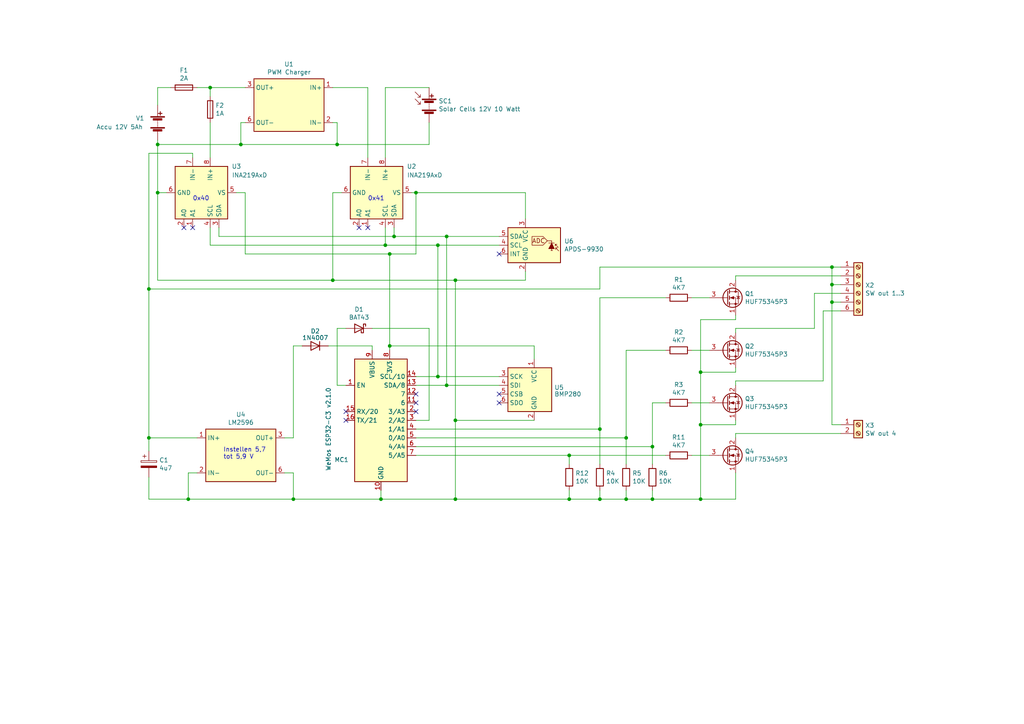
<source format=kicad_sch>
(kicad_sch (version 20230121) (generator eeschema)
  (paper "A4")
  (title_block (title "Balkon Controller") (date "2023-04-16") (rev "1.6") (company "MBSE"))
  (lib_symbols
    (symbol "Analog_ADC:INA219AxD"
      (property "Reference" "U" (at -6.35 8.89 0))
      (property "Value" "INA219AxD" (at 5.08 8.89 0))
      (symbol "INA219AxD_0_1"
        (rectangle (start -7.62 7.62) (end 7.62 -7.62) (stroke (width 0.254)) (fill (type background)))
      )
      (symbol "INA219AxD_1_1"
        (pin input line (at 10.16 -2.54 180) (length 2.54) (name "A1") (number "1"))
        (pin input line (at 10.16 -5.08 180) (length 2.54) (name "A0") (number "2"))
        (pin bidirectional line (at 10.16 5.08 180) (length 2.54) (name "SDA") (number "3"))
        (pin input line (at 10.16 2.54 180) (length 2.54) (name "SCL") (number "4"))
        (pin power_in line (at 0 10.16 270) (length 2.54) (name "VS") (number "5"))
        (pin power_in line (at 0 -10.16 90) (length 2.54) (name "GND") (number "6"))
        (pin input line (at -10.16 -2.54 0) (length 2.54) (name "IN-") (number "7"))
        (pin input line (at -10.16 2.54 0) (length 2.54) (name "IN+") (number "8"))
      )
    )
    (symbol "BalkonController-rescue:CP-Device" (pin_numbers hide) (pin_names (offset 0.254))
      (property "Reference" "C" (at 0.635 2.54 0))
      (property "Value" "CP-Device" (at 0.635 -2.54 0))
      (symbol "CP-Device_0_1"
        (rectangle (start -2.286 0.508) (end 2.286 1.016))
        (polyline (pts (xy -1.778 2.286) (xy -0.762 2.286)))
        (polyline (pts (xy -1.27 2.794) (xy -1.27 1.778)))
        (rectangle (start 2.286 -0.508) (end -2.286 -1.016) (fill (type outline)))
      )
      (symbol "CP-Device_1_1"
        (pin passive line (at 0 3.81 270) (length 2.794) (name "~") (number "1"))
        (pin passive line (at 0 -3.81 90) (length 2.794) (name "~") (number "2"))
      )
    )
    (symbol "BalkonController-rescue:LM2596-MBSE-Modules"
      (property "Reference" "Brd" (at -8.89 8.89 0))
      (property "Value" "LM2596-MBSE-Modules" (at 1.27 8.89 0))
      (symbol "LM2596-MBSE-Modules_0_1"
        (rectangle (start -10.16 7.62) (end 10.16 -7.62) (stroke (width 0.254)) (fill (type background)))
      )
      (symbol "LM2596-MBSE-Modules_1_1"
        (pin power_in line (at -12.7 5.08 0) (length 2.54) (name "IN+") (number "1"))
        (pin power_in line (at -12.7 -5.08 0) (length 2.54) (name "IN-") (number "2"))
        (pin power_out line (at 12.7 5.08 180) (length 2.54) (name "OUT+") (number "3"))
        (pin power_out line (at 12.7 -5.08 180) (length 2.54) (name "OUT-") (number "6"))
      )
    )
    (symbol "Connector:Screw_Terminal_01x02" (pin_names (offset 1.016) hide)
      (property "Reference" "J" (at 0 2.54 0))
      (property "Value" "Screw_Terminal_01x02" (at 0 -5.08 0))
      (symbol "Screw_Terminal_01x02_1_1"
        (rectangle (start -1.27 1.27) (end 1.27 -3.81) (stroke (width 0.254)) (fill (type background)))
        (circle (center 0 -2.54) (radius 0.635) (stroke (width 0.1524)))
        (polyline (pts (xy -0.5334 -2.2098) (xy 0.3302 -3.048)) (stroke (width 0.1524)))
        (polyline (pts (xy -0.5334 0.3302) (xy 0.3302 -0.508)) (stroke (width 0.1524)))
        (polyline (pts (xy -0.3556 -2.032) (xy 0.508 -2.8702)) (stroke (width 0.1524)))
        (polyline (pts (xy -0.3556 0.508) (xy 0.508 -0.3302)) (stroke (width 0.1524)))
        (circle (center 0 0) (radius 0.635) (stroke (width 0.1524)))
        (pin passive line (at -5.08 0 0) (length 3.81) (name "Pin_1") (number "1"))
        (pin passive line (at -5.08 -2.54 0) (length 3.81) (name "Pin_2") (number "2"))
      )
    )
    (symbol "Connector:Screw_Terminal_01x06" (pin_names (offset 1.016) hide)
      (property "Reference" "J" (at 0 7.62 0))
      (property "Value" "Screw_Terminal_01x06" (at 0 -10.16 0))
      (symbol "Screw_Terminal_01x06_1_1"
        (rectangle (start -1.27 6.35) (end 1.27 -8.89) (stroke (width 0.254)) (fill (type background)))
        (circle (center 0 -7.62) (radius 0.635) (stroke (width 0.1524)))
        (circle (center 0 -5.08) (radius 0.635) (stroke (width 0.1524)))
        (circle (center 0 -2.54) (radius 0.635) (stroke (width 0.1524)))
        (polyline (pts (xy -0.5334 -7.2898) (xy 0.3302 -8.128)) (stroke (width 0.1524)))
        (polyline (pts (xy -0.5334 -4.7498) (xy 0.3302 -5.588)) (stroke (width 0.1524)))
        (polyline (pts (xy -0.5334 -2.2098) (xy 0.3302 -3.048)) (stroke (width 0.1524)))
        (polyline (pts (xy -0.5334 0.3302) (xy 0.3302 -0.508)) (stroke (width 0.1524)))
        (polyline (pts (xy -0.5334 2.8702) (xy 0.3302 2.032)) (stroke (width 0.1524)))
        (polyline (pts (xy -0.5334 5.4102) (xy 0.3302 4.572)) (stroke (width 0.1524)))
        (polyline (pts (xy -0.3556 -7.112) (xy 0.508 -7.9502)) (stroke (width 0.1524)))
        (polyline (pts (xy -0.3556 -4.572) (xy 0.508 -5.4102)) (stroke (width 0.1524)))
        (polyline (pts (xy -0.3556 -2.032) (xy 0.508 -2.8702)) (stroke (width 0.1524)))
        (polyline (pts (xy -0.3556 0.508) (xy 0.508 -0.3302)) (stroke (width 0.1524)))
        (polyline (pts (xy -0.3556 3.048) (xy 0.508 2.2098)) (stroke (width 0.1524)))
        (polyline (pts (xy -0.3556 5.588) (xy 0.508 4.7498)) (stroke (width 0.1524)))
        (circle (center 0 0) (radius 0.635) (stroke (width 0.1524)))
        (circle (center 0 2.54) (radius 0.635) (stroke (width 0.1524)))
        (circle (center 0 5.08) (radius 0.635) (stroke (width 0.1524)))
        (pin passive line (at -5.08 5.08 0) (length 3.81) (name "Pin_1") (number "1"))
        (pin passive line (at -5.08 2.54 0) (length 3.81) (name "Pin_2") (number "2"))
        (pin passive line (at -5.08 0 0) (length 3.81) (name "Pin_3") (number "3"))
        (pin passive line (at -5.08 -2.54 0) (length 3.81) (name "Pin_4") (number "4"))
        (pin passive line (at -5.08 -5.08 0) (length 3.81) (name "Pin_5") (number "5"))
        (pin passive line (at -5.08 -7.62 0) (length 3.81) (name "Pin_6") (number "6"))
      )
    )
    (symbol "Device:Battery" (pin_numbers hide) (pin_names (offset 0) hide)
      (property "Reference" "BT" (at 2.54 2.54 0))
      (property "Value" "Battery" (at 2.54 0 0))
      (symbol "Battery_0_1"
        (rectangle (start -2.032 -1.397) (end 2.032 -1.651) (fill (type outline)))
        (rectangle (start -2.032 1.778) (end 2.032 1.524) (fill (type outline)))
        (rectangle (start -1.3208 -1.9812) (end 1.27 -2.4892) (fill (type outline)))
        (rectangle (start -1.3208 1.1938) (end 1.27 0.6858) (fill (type outline)))
        (polyline (pts (xy 0 -1.524) (xy 0 -1.27)))
        (polyline (pts (xy 0 -1.016) (xy 0 -0.762)))
        (polyline (pts (xy 0 -0.508) (xy 0 -0.254)))
        (polyline (pts (xy 0 0) (xy 0 0.254)))
        (polyline (pts (xy 0 0.508) (xy 0 0.762)))
        (polyline (pts (xy 0 1.778) (xy 0 2.54)))
        (polyline (pts (xy 0.254 2.667) (xy 1.27 2.667)) (stroke (width 0.254)))
        (polyline (pts (xy 0.762 3.175) (xy 0.762 2.159)) (stroke (width 0.254)))
      )
      (symbol "Battery_1_1"
        (pin passive line (at 0 5.08 270) (length 2.54) (name "+") (number "1"))
        (pin passive line (at 0 -5.08 90) (length 2.54) (name "-") (number "2"))
      )
    )
    (symbol "Device:Fuse" (pin_numbers hide) (pin_names (offset 0))
      (property "Reference" "F" (at 2.032 0 90))
      (property "Value" "Fuse" (at -1.905 0 90))
      (symbol "Fuse_0_1"
        (rectangle (start -0.762 -2.54) (end 0.762 2.54) (stroke (width 0.254)))
        (polyline (pts (xy 0 2.54) (xy 0 -2.54)))
      )
      (symbol "Fuse_1_1"
        (pin passive line (at 0 3.81 270) (length 1.27) (name "~") (number "1"))
        (pin passive line (at 0 -3.81 90) (length 1.27) (name "~") (number "2"))
      )
    )
    (symbol "Device:Q_NMOS_SDG" (pin_names (offset 0) hide)
      (property "Reference" "Q" (at 5.08 1.27 0))
      (property "Value" "Q_NMOS_SDG" (at 5.08 -1.27 0))
      (symbol "Q_NMOS_SDG_0_1"
        (polyline (pts (xy 0.254 0) (xy -2.54 0)))
        (polyline (pts (xy 0.254 1.905) (xy 0.254 -1.905)) (stroke (width 0.254)))
        (polyline (pts (xy 0.762 -1.27) (xy 0.762 -2.286)) (stroke (width 0.254)))
        (polyline (pts (xy 0.762 0.508) (xy 0.762 -0.508)) (stroke (width 0.254)))
        (polyline (pts (xy 0.762 2.286) (xy 0.762 1.27)) (stroke (width 0.254)))
        (polyline (pts (xy 2.54 2.54) (xy 2.54 1.778)))
        (polyline (pts (xy 2.54 -2.54) (xy 2.54 0) (xy 0.762 0)))
        (polyline (pts (xy 0.762 -1.778) (xy 3.302 -1.778) (xy 3.302 1.778) (xy 0.762 1.778)))
        (polyline (pts (xy 1.016 0) (xy 2.032 0.381) (xy 2.032 -0.381) (xy 1.016 0)) (fill (type outline)))
        (polyline (pts (xy 2.794 0.508) (xy 2.921 0.381) (xy 3.683 0.381) (xy 3.81 0.254)))
        (polyline (pts (xy 3.302 0.381) (xy 2.921 -0.254) (xy 3.683 -0.254) (xy 3.302 0.381)))
        (circle (center 1.651 0) (radius 2.794) (stroke (width 0.254)))
        (circle (center 2.54 -1.778) (radius 0.254) (fill (type outline)))
        (circle (center 2.54 1.778) (radius 0.254) (fill (type outline)))
      )
      (symbol "Q_NMOS_SDG_1_1"
        (pin passive line (at 2.54 -5.08 90) (length 2.54) (name "S") (number "1"))
        (pin passive line (at 2.54 5.08 270) (length 2.54) (name "D") (number "2"))
        (pin input line (at -5.08 0 0) (length 2.54) (name "G") (number "3"))
      )
    )
    (symbol "Device:R" (pin_numbers hide) (pin_names (offset 0))
      (property "Reference" "R" (at 2.032 0 90))
      (property "Value" "R" (at 0 0 90))
      (symbol "R_0_1"
        (rectangle (start -1.016 -2.54) (end 1.016 2.54) (stroke (width 0.254)))
      )
      (symbol "R_1_1"
        (pin passive line (at 0 3.81 270) (length 1.27) (name "~") (number "1"))
        (pin passive line (at 0 -3.81 90) (length 1.27) (name "~") (number "2"))
      )
    )
    (symbol "Device:Solar_Cells" (pin_numbers hide) (pin_names (offset 0) hide)
      (property "Reference" "SC" (at 2.54 2.54 0))
      (property "Value" "Solar_Cells" (at 2.54 0 0))
      (symbol "Solar_Cells_0_1"
        (rectangle (start -2.032 -1.397) (end 2.032 -1.651) (fill (type outline)))
        (rectangle (start -2.032 1.778) (end 2.032 1.524) (fill (type outline)))
        (rectangle (start -1.3208 -1.9812) (end 1.27 -2.4892) (fill (type outline)))
        (rectangle (start -1.3208 1.1938) (end 1.27 0.6858) (fill (type outline)))
        (polyline (pts (xy -2.54 0.254) (xy -4.064 1.778)))
        (polyline (pts (xy -2.54 2.286) (xy -4.064 3.81)))
        (polyline (pts (xy 0 -1.524) (xy 0 -1.27)))
        (polyline (pts (xy 0 -1.016) (xy 0 -0.762)))
        (polyline (pts (xy 0 -0.508) (xy 0 -0.254)))
        (polyline (pts (xy 0 0) (xy 0 0.254)))
        (polyline (pts (xy 0 0.508) (xy 0 0.762)))
        (polyline (pts (xy 0 1.778) (xy 0 2.54)))
        (polyline (pts (xy 0.254 2.667) (xy 1.27 2.667)) (stroke (width 0.254)))
        (polyline (pts (xy 0.762 3.175) (xy 0.762 2.159)) (stroke (width 0.254)))
        (polyline (pts (xy -2.54 1.016) (xy -2.54 0.254) (xy -3.302 0.254)))
        (polyline (pts (xy -2.54 3.048) (xy -2.54 2.286) (xy -3.302 2.286)))
      )
      (symbol "Solar_Cells_1_1"
        (pin passive line (at 0 5.08 270) (length 2.54) (name "+") (number "1"))
        (pin passive line (at 0 -5.08 90) (length 2.54) (name "-") (number "2"))
      )
    )
    (symbol "Diode:1N4007" (pin_numbers hide) (pin_names hide)
      (property "Reference" "D" (at 0 2.54 0))
      (property "Value" "1N4007" (at 0 -2.54 0))
      (symbol "1N4007_0_1"
        (polyline (pts (xy -1.27 1.27) (xy -1.27 -1.27)) (stroke (width 0.254)))
        (polyline (pts (xy 1.27 0) (xy -1.27 0)))
        (polyline (pts (xy 1.27 1.27) (xy 1.27 -1.27) (xy -1.27 0) (xy 1.27 1.27)) (stroke (width 0.254)))
      )
      (symbol "1N4007_1_1"
        (pin passive line (at -3.81 0 0) (length 2.54) (name "K") (number "1"))
        (pin passive line (at 3.81 0 180) (length 2.54) (name "A") (number "2"))
      )
    )
    (symbol "Diode:BAT43" (pin_numbers hide) (pin_names (offset 1.016) hide)
      (property "Reference" "D" (at 0 2.54 0))
      (property "Value" "BAT43" (at 0 -2.54 0))
      (symbol "BAT43_0_1"
        (polyline (pts (xy 1.27 0) (xy -1.27 0)))
        (polyline (pts (xy 1.27 1.27) (xy 1.27 -1.27) (xy -1.27 0) (xy 1.27 1.27)) (stroke (width 0.254)))
        (polyline (pts (xy -1.905 0.635) (xy -1.905 1.27) (xy -1.27 1.27) (xy -1.27 -1.27) (xy -0.635 -1.27) (xy -0.635 -0.635)) (stroke (width 0.254)))
      )
      (symbol "BAT43_1_1"
        (pin passive line (at -3.81 0 0) (length 2.54) (name "K") (number "1"))
        (pin passive line (at 3.81 0 180) (length 2.54) (name "A") (number "2"))
      )
    )
    (symbol "MCU_Module:WeMos_D1_mini"
      (property "Reference" "MC1" (at -11.43 -11.43 0))
      (property "Value" "WeMos ESP32-C3 v2.1.0" (at -16.51 -13.97 0))
      (symbol "WeMos_D1_mini_1_1"
        (rectangle (start -7.62 17.78) (end 7.62 -17.78) (stroke (width 0.254)) (fill (type background)))
        (pin input line (at -10.16 10.16 0) (length 2.54) (name "EN") (number "1"))
        (pin power_in line (at 0 -20.32 90) (length 2.54) (name "GND") (number "10"))
        (pin bidirectional line (at 10.16 5.08 180) (length 2.54) (name "6") (number "11"))
        (pin bidirectional line (at 10.16 7.62 180) (length 2.54) (name "7") (number "12"))
        (pin bidirectional line (at 10.16 10.16 180) (length 2.54) (name "SDA/8") (number "13"))
        (pin bidirectional line (at 10.16 12.7 180) (length 2.54) (name "SCL/10") (number "14"))
        (pin input line (at -10.16 2.54 0) (length 2.54) (name "RX/20") (number "15"))
        (pin output line (at -10.16 0 0) (length 2.54) (name "TX/21") (number "16"))
        (pin bidirectional line (at 10.16 2.54 180) (length 2.54) (name "3/A3") (number "2"))
        (pin bidirectional line (at 10.16 0 180) (length 2.54) (name "2/A2") (number "3"))
        (pin bidirectional line (at 10.16 -2.54 180) (length 2.54) (name "1/A1") (number "4"))
        (pin bidirectional line (at 10.16 -5.08 180) (length 2.54) (name "0/A0") (number "5"))
        (pin bidirectional line (at 10.16 -7.62 180) (length 2.54) (name "4/A4") (number "6"))
        (pin bidirectional line (at 10.16 -10.16 180) (length 2.54) (name "5/A5") (number "7"))
        (pin power_out line (at 2.54 20.32 270) (length 2.54) (name "3V3") (number "8"))
        (pin power_in line (at -2.54 20.32 270) (length 2.54) (name "VBUS") (number "9"))
      )
    )
    (symbol "Sensor_Optical:APDS-9306"
      (property "Reference" "U6" (at -8.7122 1.1684 0))
      (property "Value" "APDS-9930" (at -8.7122 -1.143 0))
      (symbol "APDS-9306_0_0"
        (polyline (pts (xy -3.81 1.27) (xy -2.54 2.54) (xy 0.635 2.54) (xy 0.635 0) (xy -2.54 0) (xy -3.81 1.27)))
        (text "ADC" (at -1.27 1.27 0) (effects (font (size 1.27 1.27))))
      )
      (symbol "APDS-9306_0_1"
        (rectangle (start -7.62 5.08) (end 7.62 -5.08) (stroke (width 0.254)) (fill (type background)))
      )
      (symbol "APDS-9306_1_0"
        (polyline (pts (xy -5.08 -1.524) (xy -5.08 1.27) (xy -3.81 1.27)))
        (pin no_connect line (at -2.54 -7.62 90) (length 2.54) hide (name "VL") (number "1"))
      )
      (symbol "APDS-9306_1_1"
        (polyline (pts (xy -6.223 -0.762) (xy -7.112 -1.651)))
        (polyline (pts (xy -6.223 -0.762) (xy -6.731 -0.762)))
        (polyline (pts (xy -6.223 -0.762) (xy -6.223 -1.27)))
        (polyline (pts (xy -6.096 0.254) (xy -6.985 -0.635)))
        (polyline (pts (xy -6.096 0.254) (xy -6.604 0.254)))
        (polyline (pts (xy -6.096 0.254) (xy -6.096 -0.254)))
        (polyline (pts (xy -5.842 0.635) (xy -4.191 0.635)))
        (polyline (pts (xy -4.826 -1.524) (xy -5.334 -1.524)))
        (polyline (pts (xy -5.842 -1.016) (xy -4.191 -1.016) (xy -5.08 0.635) (xy -5.842 -1.016)) (fill (type outline)))
        (pin power_in line (at 2.54 -7.62 90) (length 2.54) (name "GND") (number "2"))
        (pin power_in line (at 2.54 7.62 270) (length 2.54) (name "VCC") (number "3"))
        (pin input line (at 10.16 0 180) (length 2.54) (name "SCL") (number "4"))
        (pin bidirectional line (at 10.16 2.54 180) (length 2.54) (name "SDA") (number "5"))
        (pin open_collector line (at 10.16 -2.54 180) (length 2.54) (name "INT") (number "6"))
      )
    )
    (symbol "Sensor_Pressure:BMP280"
      (property "Reference" "U101" (at 5.842 1.9137 0))
      (property "Value" "BMP280" (at 5.842 -0.0073 0))
      (symbol "BMP280_0_1"
        (rectangle (start -7.62 -5.08) (end 5.08 7.62) (stroke (width 0.254)) (fill (type background)))
      )
      (symbol "BMP280_1_1"
        (pin power_in line (at 0 10.16 270) (length 2.54) (name "VCC") (number "1"))
        (pin power_in line (at 0 -7.62 90) (length 2.54) (name "GND") (number "2"))
        (pin input line (at -10.16 5.08 0) (length 2.54) (name "SCK") (number "3"))
        (pin bidirectional line (at -10.16 2.54 0) (length 2.54) (name "SDI") (number "4"))
        (pin input line (at -10.16 0 0) (length 2.54) (name "CSB") (number "5"))
        (pin bidirectional line (at -10.16 -2.54 0) (length 2.54) (name "SDO") (number "6"))
      )
    )
  )
  (junction (at 241.3 82.55))
  (junction (at 203.2 123.19))
  (junction (at 241.3 87.63))
  (junction (at 113.03 100.33))
  (junction (at 111.76 71.12))
  (junction (at 181.61 144.78))
  (junction (at 181.61 127))
  (junction (at 43.18 83.82))
  (junction (at 114.3 68.58))
  (junction (at 45.72 55.88))
  (junction (at 97.79 41.91))
  (junction (at 173.99 124.46))
  (junction (at 203.2 144.78))
  (junction (at 129.54 68.58))
  (junction (at 69.85 41.91))
  (junction (at 127 71.12))
  (junction (at 241.3 77.47))
  (junction (at 165.1 144.78))
  (junction (at 54.61 144.78))
  (junction (at 110.49 144.78))
  (junction (at 132.08 121.92))
  (junction (at 189.23 129.54))
  (junction (at 189.23 144.78))
  (junction (at 43.18 127))
  (junction (at 120.65 55.88))
  (junction (at 203.2 107.95))
  (junction (at 60.96 25.4))
  (junction (at 113.03 73.66))
  (junction (at 165.1 132.08))
  (junction (at 85.09 144.78))
  (junction (at 132.08 144.78))
  (junction (at 127 109.22))
  (junction (at 45.72 41.91))
  (junction (at 173.99 144.78))
  (junction (at 129.54 111.76))
  (junction (at 96.52 81.28))
  (junction (at 132.08 81.28))
  (no_connect (at 55.88 66.04))
  (no_connect (at 120.65 114.3))
  (no_connect (at 120.65 119.38))
  (no_connect (at 120.65 116.84))
  (no_connect (at 100.33 121.92))
  (no_connect (at 100.33 119.38))
  (no_connect (at 104.14 66.04))
  (no_connect (at 144.78 73.66))
  (no_connect (at 106.68 66.04))
  (no_connect (at 144.78 116.84))
  (no_connect (at 53.34 66.04))
  (no_connect (at 144.78 114.3))
  (wire (pts (xy 241.3 77.47) (xy 243.84 77.47)))
  (wire (pts (xy 154.94 104.14) (xy 154.94 100.33)))
  (wire (pts (xy 243.84 123.19) (xy 241.3 123.19)))
  (wire (pts (xy 43.18 127) (xy 57.15 127)))
  (wire (pts (xy 132.08 121.92) (xy 132.08 144.78)))
  (wire (pts (xy 238.76 110.49) (xy 213.36 110.49)))
  (wire (pts (xy 200.66 132.08) (xy 205.74 132.08)))
  (wire (pts (xy 213.36 95.25) (xy 236.22 95.25)))
  (wire (pts (xy 213.36 123.19) (xy 203.2 123.19)))
  (wire (pts (xy 173.99 134.62) (xy 173.99 124.46)))
  (wire (pts (xy 96.52 35.56) (xy 97.79 35.56)))
  (wire (pts (xy 97.79 35.56) (xy 97.79 41.91)))
  (wire (pts (xy 45.72 30.48) (xy 45.72 25.4)))
  (wire (pts (xy 181.61 101.6) (xy 193.04 101.6)))
  (wire (pts (xy 129.54 111.76) (xy 129.54 68.58)))
  (wire (pts (xy 124.46 95.25) (xy 124.46 121.92)))
  (wire (pts (xy 132.08 81.28) (xy 96.52 81.28)))
  (wire (pts (xy 69.85 35.56) (xy 69.85 41.91)))
  (wire (pts (xy 189.23 116.84) (xy 189.23 129.54)))
  (wire (pts (xy 120.65 109.22) (xy 127 109.22)))
  (wire (pts (xy 173.99 144.78) (xy 181.61 144.78)))
  (wire (pts (xy 213.36 107.95) (xy 203.2 107.95)))
  (wire (pts (xy 45.72 40.64) (xy 45.72 41.91)))
  (wire (pts (xy 43.18 44.45) (xy 43.18 83.82)))
  (wire (pts (xy 129.54 111.76) (xy 144.78 111.76)))
  (wire (pts (xy 100.33 95.25) (xy 97.79 95.25)))
  (wire (pts (xy 165.1 142.24) (xy 165.1 144.78)))
  (wire (pts (xy 124.46 25.4) (xy 111.76 25.4)))
  (wire (pts (xy 236.22 85.09) (xy 243.84 85.09)))
  (wire (pts (xy 71.12 73.66) (xy 113.03 73.66)))
  (wire (pts (xy 243.84 125.73) (xy 213.36 125.73)))
  (wire (pts (xy 85.09 100.33) (xy 87.63 100.33)))
  (wire (pts (xy 124.46 41.91) (xy 124.46 35.56)))
  (wire (pts (xy 213.36 80.01) (xy 213.36 81.28)))
  (wire (pts (xy 241.3 82.55) (xy 243.84 82.55)))
  (wire (pts (xy 152.4 78.74) (xy 152.4 81.28)))
  (wire (pts (xy 113.03 100.33) (xy 113.03 101.6)))
  (wire (pts (xy 43.18 83.82) (xy 43.18 127)))
  (wire (pts (xy 110.49 142.24) (xy 110.49 144.78)))
  (wire (pts (xy 85.09 100.33) (xy 85.09 127)))
  (wire (pts (xy 181.61 134.62) (xy 181.61 127)))
  (wire (pts (xy 132.08 81.28) (xy 132.08 121.92)))
  (wire (pts (xy 45.72 41.91) (xy 69.85 41.91)))
  (wire (pts (xy 120.65 111.76) (xy 129.54 111.76)))
  (wire (pts (xy 45.72 25.4) (xy 49.53 25.4)))
  (wire (pts (xy 97.79 95.25) (xy 97.79 111.76)))
  (wire (pts (xy 69.85 41.91) (xy 97.79 41.91)))
  (wire (pts (xy 213.36 121.92) (xy 213.36 123.19)))
  (wire (pts (xy 71.12 25.4) (xy 60.96 25.4)))
  (wire (pts (xy 243.84 90.17) (xy 238.76 90.17)))
  (wire (pts (xy 189.23 142.24) (xy 189.23 144.78)))
  (wire (pts (xy 173.99 86.36) (xy 173.99 124.46)))
  (wire (pts (xy 189.23 129.54) (xy 189.23 134.62)))
  (wire (pts (xy 213.36 110.49) (xy 213.36 111.76)))
  (wire (pts (xy 43.18 144.78) (xy 54.61 144.78)))
  (wire (pts (xy 241.3 87.63) (xy 241.3 82.55)))
  (wire (pts (xy 85.09 127) (xy 82.55 127)))
  (wire (pts (xy 97.79 111.76) (xy 100.33 111.76)))
  (wire (pts (xy 213.36 92.71) (xy 203.2 92.71)))
  (wire (pts (xy 241.3 87.63) (xy 243.84 87.63)))
  (wire (pts (xy 173.99 144.78) (xy 165.1 144.78)))
  (wire (pts (xy 173.99 77.47) (xy 241.3 77.47)))
  (wire (pts (xy 45.72 81.28) (xy 45.72 55.88)))
  (wire (pts (xy 71.12 55.88) (xy 71.12 73.66)))
  (wire (pts (xy 99.06 55.88) (xy 96.52 55.88)))
  (wire (pts (xy 54.61 137.16) (xy 54.61 144.78)))
  (wire (pts (xy 152.4 63.5) (xy 152.4 55.88)))
  (wire (pts (xy 203.2 123.19) (xy 203.2 144.78)))
  (wire (pts (xy 96.52 81.28) (xy 45.72 81.28)))
  (wire (pts (xy 132.08 121.92) (xy 154.94 121.92)))
  (wire (pts (xy 200.66 101.6) (xy 205.74 101.6)))
  (wire (pts (xy 129.54 68.58) (xy 144.78 68.58)))
  (wire (pts (xy 173.99 86.36) (xy 193.04 86.36)))
  (wire (pts (xy 181.61 101.6) (xy 181.61 127)))
  (wire (pts (xy 200.66 116.84) (xy 205.74 116.84)))
  (wire (pts (xy 120.65 129.54) (xy 189.23 129.54)))
  (wire (pts (xy 95.25 100.33) (xy 107.95 100.33)))
  (wire (pts (xy 241.3 123.19) (xy 241.3 87.63)))
  (wire (pts (xy 127 71.12) (xy 111.76 71.12)))
  (wire (pts (xy 165.1 132.08) (xy 193.04 132.08)))
  (wire (pts (xy 189.23 116.84) (xy 193.04 116.84)))
  (wire (pts (xy 124.46 95.25) (xy 107.95 95.25)))
  (wire (pts (xy 236.22 95.25) (xy 236.22 85.09)))
  (wire (pts (xy 132.08 144.78) (xy 110.49 144.78)))
  (wire (pts (xy 113.03 73.66) (xy 120.65 73.66)))
  (wire (pts (xy 43.18 144.78) (xy 43.18 138.43)))
  (wire (pts (xy 55.88 44.45) (xy 43.18 44.45)))
  (wire (pts (xy 96.52 55.88) (xy 96.52 81.28)))
  (wire (pts (xy 241.3 82.55) (xy 241.3 77.47)))
  (wire (pts (xy 85.09 137.16) (xy 82.55 137.16)))
  (wire (pts (xy 55.88 45.72) (xy 55.88 44.45)))
  (wire (pts (xy 120.65 132.08) (xy 165.1 132.08)))
  (wire (pts (xy 200.66 86.36) (xy 205.74 86.36)))
  (wire (pts (xy 111.76 71.12) (xy 60.96 71.12)))
  (wire (pts (xy 106.68 45.72) (xy 106.68 25.4)))
  (wire (pts (xy 173.99 83.82) (xy 173.99 77.47)))
  (wire (pts (xy 120.65 55.88) (xy 119.38 55.88)))
  (wire (pts (xy 203.2 107.95) (xy 203.2 123.19)))
  (wire (pts (xy 60.96 35.56) (xy 60.96 45.72)))
  (wire (pts (xy 114.3 68.58) (xy 63.5 68.58)))
  (wire (pts (xy 165.1 144.78) (xy 132.08 144.78)))
  (wire (pts (xy 152.4 55.88) (xy 120.65 55.88)))
  (wire (pts (xy 213.36 144.78) (xy 213.36 137.16)))
  (wire (pts (xy 85.09 144.78) (xy 85.09 137.16)))
  (wire (pts (xy 127 71.12) (xy 144.78 71.12)))
  (wire (pts (xy 238.76 90.17) (xy 238.76 110.49)))
  (wire (pts (xy 213.36 125.73) (xy 213.36 127)))
  (wire (pts (xy 45.72 41.91) (xy 45.72 55.88)))
  (wire (pts (xy 120.65 124.46) (xy 173.99 124.46)))
  (wire (pts (xy 120.65 127) (xy 181.61 127)))
  (wire (pts (xy 127 109.22) (xy 127 71.12)))
  (wire (pts (xy 68.58 55.88) (xy 71.12 55.88)))
  (wire (pts (xy 107.95 101.6) (xy 107.95 100.33)))
  (wire (pts (xy 60.96 71.12) (xy 60.96 66.04)))
  (wire (pts (xy 71.12 35.56) (xy 69.85 35.56)))
  (wire (pts (xy 203.2 144.78) (xy 213.36 144.78)))
  (wire (pts (xy 114.3 68.58) (xy 114.3 66.04)))
  (wire (pts (xy 111.76 25.4) (xy 111.76 45.72)))
  (wire (pts (xy 43.18 127) (xy 43.18 130.81)))
  (wire (pts (xy 111.76 71.12) (xy 111.76 66.04)))
  (wire (pts (xy 127 109.22) (xy 144.78 109.22)))
  (wire (pts (xy 57.15 25.4) (xy 60.96 25.4)))
  (wire (pts (xy 60.96 25.4) (xy 60.96 27.94)))
  (wire (pts (xy 152.4 81.28) (xy 132.08 81.28)))
  (wire (pts (xy 203.2 92.71) (xy 203.2 107.95)))
  (wire (pts (xy 189.23 144.78) (xy 203.2 144.78)))
  (wire (pts (xy 45.72 55.88) (xy 48.26 55.88)))
  (wire (pts (xy 213.36 106.68) (xy 213.36 107.95)))
  (wire (pts (xy 85.09 144.78) (xy 54.61 144.78)))
  (wire (pts (xy 43.18 83.82) (xy 173.99 83.82)))
  (wire (pts (xy 106.68 25.4) (xy 96.52 25.4)))
  (wire (pts (xy 113.03 73.66) (xy 113.03 100.33)))
  (wire (pts (xy 63.5 68.58) (xy 63.5 66.04)))
  (wire (pts (xy 129.54 68.58) (xy 114.3 68.58)))
  (wire (pts (xy 173.99 142.24) (xy 173.99 144.78)))
  (wire (pts (xy 181.61 144.78) (xy 189.23 144.78)))
  (wire (pts (xy 120.65 73.66) (xy 120.65 55.88)))
  (wire (pts (xy 181.61 142.24) (xy 181.61 144.78)))
  (wire (pts (xy 120.65 121.92) (xy 124.46 121.92)))
  (wire (pts (xy 165.1 132.08) (xy 165.1 134.62)))
  (wire (pts (xy 213.36 96.52) (xy 213.36 95.25)))
  (wire (pts (xy 243.84 80.01) (xy 213.36 80.01)))
  (wire (pts (xy 97.79 41.91) (xy 124.46 41.91)))
  (wire (pts (xy 57.15 137.16) (xy 54.61 137.16)))
  (wire (pts (xy 110.49 144.78) (xy 85.09 144.78)))
  (wire (pts (xy 213.36 91.44) (xy 213.36 92.71)))
  (wire (pts (xy 113.03 100.33) (xy 154.94 100.33)))
  (text "0x40" (at 55.88 58.42 0) (effects (font (size 1.27 1.27)) (justify left bottom)))
  (text "Instellen 5,7\ntot 5,9 V" (at 64.77 133.35 0) (effects (font (size 1.27 1.27)) (justify left bottom)))
  (text "0x41" (at 106.68 58.42 0) (effects (font (size 1.27 1.27)) (justify left bottom)))
  (symbol (lib_id "MCU_Module:WeMos_D1_mini") (at 110.49 121.92 0) (unit 1)
    (property "Reference" "MC1" (at 99.06 133.35 0))
    (property "Value" "WeMos ESP32-C3 v2.1.0" (at 95.25 124.46 90))
    (property "Footprint" "Module:WEMOS_D1_mini_light" (effects hide))
    (property "Datasheet" "https://www.wemos.cc/en/latest/c3/c3_mini.html" (effects hide))
  )
  (symbol (lib_id "Sensor_Optical:APDS-9306") (at 154.94 71.12 0) (mirror y) (unit 1)
    (property "Reference" "U6" (at 163.6522 69.9516 0) (effects (justify right)))
    (property "Value" "APDS-9930" (at 163.6522 72.263 0) (effects (justify right)))
  )
  (symbol (lib_id "Analog_ADC:INA219AxD") (at 58.42 55.88 270) (unit 1)
    (property "Reference" "U3" (at 68.58 48.26 90))
    (property "Value" "INA219AxD" (at 72.39 50.8 90))
    (property "Footprint" "Package_SO:SOIC-8_3.9x4.9mm_P1.27mm" (effects hide))
    (property "Datasheet" "http://www.ti.com/lit/ds/symlink/ina219.pdf" (effects hide))
  )
  (symbol (lib_id "Analog_ADC:INA219AxD") (at 109.22 55.88 270) (unit 1)
    (property "Reference" "U2" (at 119.38 48.26 90))
    (property "Value" "INA219AxD" (at 123.19 50.8 90))
    (property "Footprint" "Package_SO:SOIC-8_3.9x4.9mm_P1.27mm" (effects hide))
    (property "Datasheet" "http://www.ti.com/lit/ds/symlink/ina219.pdf" (effects hide))
  )
  (symbol (lib_id "BalkonController-rescue:LM2596-MBSE-Modules") (at 69.85 132.08 0) (unit 1)
    (property "Reference" "U4" (at 69.85 120.2182 0))
    (property "Value" "LM2596" (at 69.85 122.5296 0))
  )
  (symbol (lib_id "Device:Q_NMOS_SDG") (at 210.82 132.08 0) (unit 1)
    (property "Reference" "Q4" (at 216.027 130.9116 0) (effects (justify left)))
    (property "Value" "HUF75345P3" (at 216.027 133.223 0) (effects (justify left)))
  )
  (symbol (lib_id "Diode:BAT43") (at 104.14 95.25 0) (mirror y) (unit 1)
    (property "Reference" "D1" (at 104.14 89.7382 0))
    (property "Value" "BAT43" (at 104.14 92.0496 0))
    (property "Footprint" "Diode_THT:D_DO-35_SOD27_P7.62mm_Horizontal" (effects hide))
    (property "Datasheet" "http://www.vishay.com/docs/85660/bat42.pdf" (effects hide))
  )
  (symbol (lib_id "BalkonController-rescue:CP-Device") (at 43.18 134.62 0) (unit 1)
    (property "Reference" "C1" (at 46.1772 133.4516 0) (effects (justify left)))
    (property "Value" "4u7" (at 46.1772 135.763 0) (effects (justify left)))
  )
  (symbol (lib_id "Device:Q_NMOS_SDG") (at 210.82 116.84 0) (unit 1)
    (property "Reference" "Q3" (at 216.027 115.6716 0) (effects (justify left)))
    (property "Value" "HUF75345P3" (at 216.027 117.983 0) (effects (justify left)))
  )
  (symbol (lib_id "Device:Q_NMOS_SDG") (at 210.82 101.6 0) (unit 1)
    (property "Reference" "Q2" (at 216.027 100.4316 0) (effects (justify left)))
    (property "Value" "HUF75345P3" (at 216.027 102.743 0) (effects (justify left)))
  )
  (symbol (lib_id "Device:Q_NMOS_SDG") (at 210.82 86.36 0) (unit 1)
    (property "Reference" "Q1" (at 216.027 85.1916 0) (effects (justify left)))
    (property "Value" "HUF75345P3" (at 216.027 87.503 0) (effects (justify left)))
  )
  (symbol (lib_id "Device:R") (at 196.85 86.36 270) (unit 1)
    (property "Reference" "R1" (at 196.85 81.1022 90))
    (property "Value" "4K7" (at 196.85 83.4136 90))
  )
  (symbol (lib_id "Device:R") (at 196.85 101.6 270) (unit 1)
    (property "Reference" "R2" (at 196.85 96.3422 90))
    (property "Value" "4K7" (at 196.85 98.6536 90))
  )
  (symbol (lib_id "Device:R") (at 196.85 116.84 270) (unit 1)
    (property "Reference" "R3" (at 196.85 111.5822 90))
    (property "Value" "4K7" (at 196.85 113.8936 90))
  )
  (symbol (lib_id "Device:R") (at 196.85 132.08 270) (unit 1)
    (property "Reference" "R11" (at 196.85 126.8222 90))
    (property "Value" "4K7" (at 196.85 129.1336 90))
  )
  (symbol (lib_id "Device:R") (at 173.99 138.43 0) (unit 1)
    (property "Reference" "R4" (at 175.768 137.2616 0) (effects (justify left)))
    (property "Value" "10K" (at 175.768 139.573 0) (effects (justify left)))
  )
  (symbol (lib_id "Device:R") (at 181.61 138.43 0) (unit 1)
    (property "Reference" "R5" (at 183.388 137.2616 0) (effects (justify left)))
    (property "Value" "10K" (at 183.388 139.573 0) (effects (justify left)))
  )
  (symbol (lib_id "Device:R") (at 189.23 138.43 0) (unit 1)
    (property "Reference" "R6" (at 191.008 137.2616 0) (effects (justify left)))
    (property "Value" "10K" (at 191.008 139.573 0) (effects (justify left)))
  )
  (symbol (lib_id "Connector:Screw_Terminal_01x02") (at 248.92 123.19 0) (unit 1)
    (property "Reference" "X3" (at 250.952 123.3932 0) (effects (justify left)))
    (property "Value" "SW out 4" (at 250.952 125.7046 0) (effects (justify left)))
  )
  (symbol (lib_id "Connector:Screw_Terminal_01x06") (at 248.92 82.55 0) (unit 1)
    (property "Reference" "X2" (at 250.952 82.7532 0) (effects (justify left)))
    (property "Value" "SW out 1..3" (at 250.952 85.0646 0) (effects (justify left)))
  )
  (symbol (lib_id "Device:Fuse") (at 53.34 25.4 270) (unit 1)
    (property "Reference" "F1" (at 53.34 20.3962 90))
    (property "Value" "2A" (at 53.34 22.7076 90))
  )
  (symbol (lib_id "Device:Battery") (at 45.72 35.56 0) (unit 1)
    (property "Reference" "V1" (at 39.37 34.29 0) (effects (justify left)))
    (property "Value" "Accu 12V 5Ah" (at 27.94 36.83 0) (effects (justify left)))
  )
  (symbol (lib_id "Device:Solar_Cells") (at 124.46 30.48 0) (unit 1)
    (property "Reference" "SC1" (at 127.2032 29.3116 0) (effects (justify left)))
    (property "Value" "Solar Cells 12V 10 Watt" (at 127.2032 31.623 0) (effects (justify left)))
  )
  (symbol (lib_id "Device:Fuse") (at 60.96 31.75 0) (unit 1)
    (property "Reference" "F2" (at 62.484 30.5816 0) (effects (justify left)))
    (property "Value" "1A" (at 62.484 32.893 0) (effects (justify left)))
  )
  (symbol (lib_id "BalkonController-rescue:LM2596-MBSE-Modules") (at 83.82 30.48 0) (mirror y) (unit 1)
    (property "Reference" "U1" (at 83.82 18.6182 0))
    (property "Value" "PWM Charger" (at 83.82 20.9296 0))
  )
  (symbol (lib_id "Device:R") (at 165.1 138.43 0) (unit 1)
    (property "Reference" "R12" (at 166.878 137.2616 0) (effects (justify left)))
    (property "Value" "10K" (at 166.878 139.573 0) (effects (justify left)))
  )
  (symbol (lib_id "Diode:1N4007") (at 91.44 100.33 0) (mirror y) (unit 1)
    (property "Reference" "D2" (at 91.44 96.0501 0))
    (property "Value" "1N4007" (at 91.44 97.9711 0))
    (property "Footprint" "Diode_THT:D_DO-41_SOD81_P10.16mm_Horizontal" (effects hide))
    (property "Datasheet" "http://www.vishay.com/docs/88503/1n4001.pdf" (effects hide))
    (property "Sim.Device" "D" (effects hide))
    (property "Sim.Pins" "1=K 2=A" (effects hide))
  )
  (symbol (lib_id "Sensor_Pressure:BMP280") (at 154.94 114.3 0) (unit 1)
    (property "Reference" "U5" (at 160.782 112.3863 0) (effects (justify left)))
    (property "Value" "BMP280" (at 160.782 114.3073 0) (effects (justify left)))
    (property "Footprint" "Package_LGA:Bosch_LGA-8_2x2.5mm_P0.65mm_ClockwisePinNumbering" (effects hide))
  )
)
</source>
